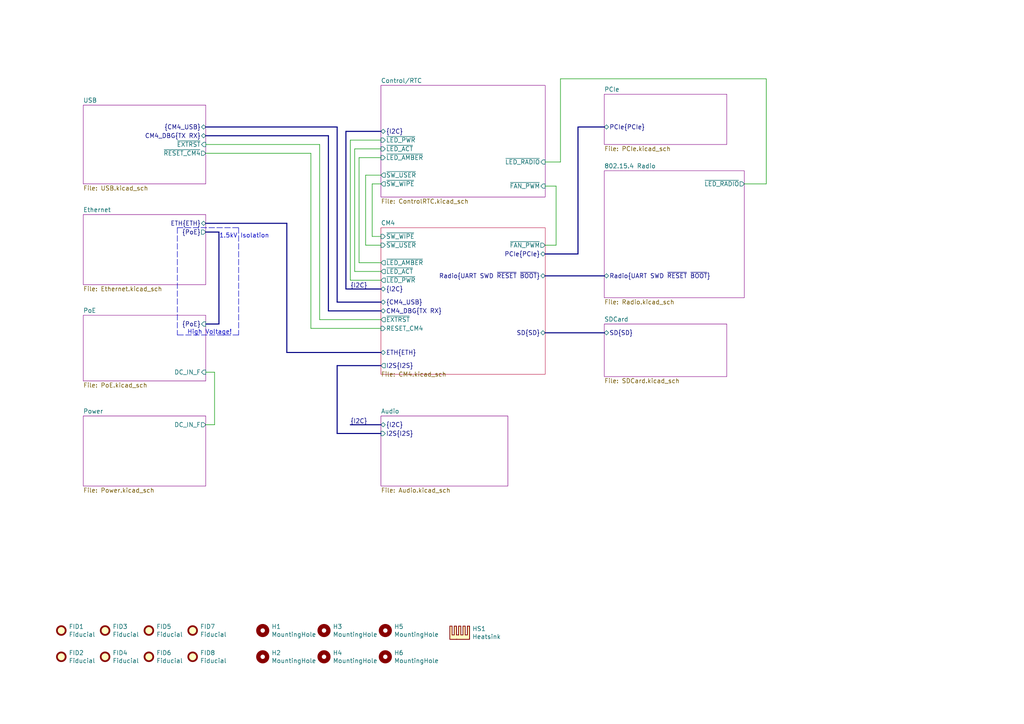
<source format=kicad_sch>
(kicad_sch (version 20211123) (generator eeschema)
  (paper "A4")
  (title_block (title "Overview") (date "2021-08-30") (rev "proto1") (company "Nabu Casa") (comment 1 "www.nabucasa.com") (comment 2 "Yellow"))
  (lib_symbols
    (symbol "Mechanical:Fiducial"
      (property "Reference" "FID" (at 0 5.08 0))
      (property "Value" "Fiducial" (at 0 3.175 0))
      (symbol "Fiducial_0_1"
        (circle (center 0 0) (radius 1.27) (stroke (width 0.508)) (fill (type background)))
      )
    )
    (symbol "Mechanical:Heatsink" (pin_names (offset 1.016))
      (property "Reference" "HS" (at 0 5.08 0))
      (property "Value" "Heatsink" (at 0 -1.27 0))
      (symbol "Heatsink_0_1"
        (polyline (pts (xy -0.3302 1.27) (xy -0.9652 1.27) (xy -0.9652 3.81) (xy -1.6002 3.81) (xy -1.6002 1.27) (xy -2.2352 1.27) (xy -2.2352 3.81) (xy -2.8702 3.81) (xy -2.8702 0) (xy -0.9652 0)) (stroke (width 0.254)) (fill (type background)))
        (polyline (pts (xy -0.3302 1.27) (xy -0.3302 3.81) (xy 0.3048 3.81) (xy 0.3048 1.27) (xy 0.9398 1.27) (xy 0.9398 3.81) (xy 1.5748 3.81) (xy 1.5748 1.27) (xy 2.2098 1.27) (xy 2.2098 3.81) (xy 2.8448 3.81) (xy 2.8448 0) (xy -0.9652 0)) (stroke (width 0.254)) (fill (type background)))
      )
    )
    (symbol "Mechanical:MountingHole" (pin_names (offset 1.016))
      (property "Reference" "H" (at 0 5.08 0))
      (property "Value" "MountingHole" (at 0 3.175 0))
      (symbol "MountingHole_0_1"
        (circle (center 0 0) (radius 1.27) (stroke (width 1.27)))
      )
    )
  )
  (bus (pts (xy 95.25 39.37) (xy 59.69 39.37)))
  (bus (pts (xy 100.33 83.82) (xy 110.49 83.82)))
  (wire (pts (xy 107.95 53.34) (xy 107.95 68.58)))
  (bus (pts (xy 100.33 38.1) (xy 100.33 83.82)))
  (wire (pts (xy 110.49 78.74) (xy 102.87 78.74)))
  (wire (pts (xy 161.29 53.975) (xy 158.115 53.975)))
  (wire (pts (xy 110.49 92.71) (xy 92.71 92.71)))
  (bus (pts (xy 59.69 64.77) (xy 83.185 64.77)))
  (bus (pts (xy 59.69 93.98) (xy 63.5 93.98)))
  (wire (pts (xy 110.49 71.12) (xy 106.045 71.12)))
  (wire (pts (xy 106.045 71.12) (xy 106.045 50.8)))
  (wire (pts (xy 161.29 53.975) (xy 161.29 71.12)))
  (wire (pts (xy 101.6 81.28) (xy 101.6 40.64)))
  (wire (pts (xy 92.71 41.91) (xy 59.69 41.91)))
  (polyline (pts (xy 51.435 66.04) (xy 51.435 97.155)) (stroke (width 0) (type dash)))
  (bus (pts (xy 158.115 96.52) (xy 175.26 96.52)))
  (wire (pts (xy 158.115 71.12) (xy 161.29 71.12)))
  (wire (pts (xy 158.115 46.99) (xy 162.56 46.99)))
  (bus (pts (xy 158.115 80.01) (xy 175.26 80.01)))
  (polyline (pts (xy 69.215 97.155) (xy 51.435 97.155)) (stroke (width 0) (type dash)))
  (bus (pts (xy 167.64 36.83) (xy 175.26 36.83)))
  (wire (pts (xy 110.49 50.8) (xy 106.045 50.8)))
  (wire (pts (xy 102.87 43.18) (xy 110.49 43.18)))
  (bus (pts (xy 63.5 67.31) (xy 63.5 93.98)))
  (bus (pts (xy 83.185 64.77) (xy 83.185 102.235)))
  (bus (pts (xy 158.115 73.66) (xy 167.64 73.66)))
  (polyline (pts (xy 51.435 66.04) (xy 69.215 66.04)) (stroke (width 0) (type dash)))
  (wire (pts (xy 215.9 53.34) (xy 222.25 53.34)))
  (wire (pts (xy 222.25 22.86) (xy 222.25 53.34)))
  (wire (pts (xy 62.23 107.95) (xy 59.69 107.95)))
  (bus (pts (xy 59.69 67.31) (xy 63.5 67.31)))
  (bus (pts (xy 110.49 87.63) (xy 97.79 87.63)))
  (wire (pts (xy 110.49 68.58) (xy 107.95 68.58)))
  (wire (pts (xy 101.6 40.64) (xy 110.49 40.64)))
  (wire (pts (xy 102.87 78.74) (xy 102.87 43.18)))
  (bus (pts (xy 97.79 106.045) (xy 97.79 125.73)))
  (wire (pts (xy 107.95 53.34) (xy 110.49 53.34)))
  (polyline (pts (xy 69.215 66.04) (xy 69.215 97.155)) (stroke (width 0) (type dash)))
  (bus (pts (xy 100.33 38.1) (xy 110.49 38.1)))
  (bus (pts (xy 110.49 90.17) (xy 95.25 90.17)))
  (wire (pts (xy 162.56 22.86) (xy 222.25 22.86)))
  (wire (pts (xy 104.14 76.2) (xy 110.49 76.2)))
  (wire (pts (xy 104.14 45.72) (xy 104.14 76.2)))
  (wire (pts (xy 110.49 45.72) (xy 104.14 45.72)))
  (wire (pts (xy 162.56 46.99) (xy 162.56 22.86)))
  (bus (pts (xy 167.64 73.66) (xy 167.64 36.83)))
  (wire (pts (xy 62.23 123.19) (xy 62.23 107.95)))
  (bus (pts (xy 97.79 125.73) (xy 110.49 125.73)))
  (bus (pts (xy 101.6 123.19) (xy 110.49 123.19)))
  (wire (pts (xy 92.71 92.71) (xy 92.71 41.91)))
  (bus (pts (xy 97.79 87.63) (xy 97.79 36.83)))
  (bus (pts (xy 95.25 90.17) (xy 95.25 39.37)))
  (wire (pts (xy 110.49 81.28) (xy 101.6 81.28)))
  (wire (pts (xy 90.17 44.45) (xy 90.17 95.25)))
  (wire (pts (xy 59.69 44.45) (xy 90.17 44.45)))
  (wire (pts (xy 90.17 95.25) (xy 110.49 95.25)))
  (bus (pts (xy 83.185 102.235) (xy 110.49 102.235)))
  (bus (pts (xy 97.79 36.83) (xy 59.69 36.83)))
  (wire (pts (xy 59.69 123.19) (xy 62.23 123.19)))
  (bus (pts (xy 110.49 106.045) (xy 97.79 106.045)))
  (text "1.5kV Isolation" (at 78.105 69.215 180) (effects (font (size 1.27 1.27)) (justify right bottom)))
  (text "High Voltage!" (at 67.31 97.155 180) (effects (font (size 1.27 1.27)) (justify right bottom)))
  (label "{I2C}" (at 101.6 83.82 0))
  (label "{I2C}" (at 101.6 123.19 0))
  (symbol (lib_id "Mechanical:MountingHole") (at 76.2 182.88 0) (unit 1) (in_bom no)
    (property "Reference" "H1" (at 78.7401 181.7306 0) (effects (justify left)))
    (property "Value" "MountingHole" (at 78.7401 184.0293 0) (effects (justify left)))
    (property "Footprint" "MountingHole:MountingHole_2.7mm_M2.5" (effects hide))
  )
  (symbol (lib_id "Mechanical:MountingHole") (at 93.98 190.5 0) (unit 1) (in_bom no)
    (property "Reference" "H4" (at 96.5201 189.3506 0) (effects (justify left)))
    (property "Value" "MountingHole" (at 96.5201 191.6493 0) (effects (justify left)))
    (property "Footprint" "MountingHole:MountingHole_2.7mm_M2.5" (effects hide))
  )
  (symbol (lib_id "Mechanical:MountingHole") (at 93.98 182.88 0) (unit 1) (in_bom no)
    (property "Reference" "H3" (at 96.5201 181.7306 0) (effects (justify left)))
    (property "Value" "MountingHole" (at 96.5201 184.0293 0) (effects (justify left)))
    (property "Footprint" "MountingHole:MountingHole_2.7mm_M2.5" (effects hide))
  )
  (symbol (lib_id "Mechanical:MountingHole") (at 111.76 182.88 0) (unit 1) (in_bom no)
    (property "Reference" "H5" (at 114.3001 181.7306 0) (effects (justify left)))
    (property "Value" "MountingHole" (at 114.3001 184.0293 0) (effects (justify left)))
    (property "Footprint" "Yellow:DrillSlot_Plated_3.5x2.5mm" (effects hide))
  )
  (symbol (lib_id "Mechanical:Fiducial") (at 43.18 182.88 0) (unit 1) (in_bom no)
    (property "Reference" "FID5" (at 45.3391 181.7306 0) (effects (justify left)))
    (property "Value" "Fiducial" (at 45.3391 184.0293 0) (effects (justify left)))
    (property "Footprint" "Fiducial:Fiducial_1mm_Mask2mm" (effects hide))
  )
  (symbol (lib_id "Mechanical:Fiducial") (at 30.48 190.5 0) (unit 1) (in_bom no)
    (property "Reference" "FID4" (at 32.6391 189.3506 0) (effects (justify left)))
    (property "Value" "Fiducial" (at 32.6391 191.6493 0) (effects (justify left)))
    (property "Footprint" "Fiducial:Fiducial_1mm_Mask2mm" (effects hide))
  )
  (symbol (lib_id "Mechanical:Fiducial") (at 55.88 190.5 0) (unit 1) (in_bom no)
    (property "Reference" "FID8" (at 58.0391 189.3506 0) (effects (justify left)))
    (property "Value" "Fiducial" (at 58.0391 191.6493 0) (effects (justify left)))
    (property "Footprint" "Fiducial:Fiducial_1mm_Mask2mm" (effects hide))
  )
  (symbol (lib_id "Mechanical:Fiducial") (at 30.48 182.88 0) (unit 1) (in_bom no)
    (property "Reference" "FID3" (at 32.6391 181.7306 0) (effects (justify left)))
    (property "Value" "Fiducial" (at 32.6391 184.0293 0) (effects (justify left)))
    (property "Footprint" "Fiducial:Fiducial_1mm_Mask2mm" (effects hide))
  )
  (symbol (lib_id "Mechanical:Fiducial") (at 43.18 190.5 0) (unit 1) (in_bom no)
    (property "Reference" "FID6" (at 45.3391 189.3506 0) (effects (justify left)))
    (property "Value" "Fiducial" (at 45.3391 191.6493 0) (effects (justify left)))
    (property "Footprint" "Fiducial:Fiducial_1mm_Mask2mm" (effects hide))
  )
  (symbol (lib_id "Mechanical:MountingHole") (at 111.76 190.5 0) (unit 1) (in_bom no)
    (property "Reference" "H6" (at 114.3001 189.3506 0) (effects (justify left)))
    (property "Value" "MountingHole" (at 114.3001 191.6493 0) (effects (justify left)))
    (property "Footprint" "Yellow:DrillSlot_Plated_3.5x2.5mm" (effects hide))
  )
  (symbol (lib_id "Mechanical:Fiducial") (at 17.78 190.5 0) (unit 1) (in_bom no)
    (property "Reference" "FID2" (at 19.9391 189.3506 0) (effects (justify left)))
    (property "Value" "Fiducial" (at 19.9391 191.6493 0) (effects (justify left)))
    (property "Footprint" "Fiducial:Fiducial_1mm_Mask2mm" (effects hide))
  )
  (symbol (lib_id "Mechanical:Heatsink") (at 133.35 185.42 0) (unit 1) (in_bom no)
    (property "Reference" "HS1" (at 136.9569 182.3656 0) (effects (justify left)))
    (property "Value" "Heatsink" (at 136.9569 184.6643 0) (effects (justify left)))
    (property "Footprint" "Yellow:Heatsink_56x56mm_2xFixation3.2mm" (effects hide))
  )
  (symbol (lib_id "Mechanical:Fiducial") (at 17.78 182.88 0) (unit 1) (in_bom no)
    (property "Reference" "FID1" (at 19.9391 181.7306 0) (effects (justify left)))
    (property "Value" "Fiducial" (at 19.9391 184.0293 0) (effects (justify left)))
    (property "Footprint" "Fiducial:Fiducial_1mm_Mask2mm" (effects hide))
  )
  (symbol (lib_id "Mechanical:Fiducial") (at 55.88 182.88 0) (unit 1) (in_bom no)
    (property "Reference" "FID7" (at 58.0391 181.7306 0) (effects (justify left)))
    (property "Value" "Fiducial" (at 58.0391 184.0293 0) (effects (justify left)))
    (property "Footprint" "Fiducial:Fiducial_1mm_Mask2mm" (effects hide))
  )
  (symbol (lib_id "Mechanical:MountingHole") (at 76.2 190.5 0) (unit 1) (in_bom no)
    (property "Reference" "H2" (at 78.7401 189.3506 0) (effects (justify left)))
    (property "Value" "MountingHole" (at 78.7401 191.6493 0) (effects (justify left)))
    (property "Footprint" "MountingHole:MountingHole_2.7mm_M2.5" (effects hide))
  )
  (sheet (at 175.26 49.53) (size 40.64 36.83) (stroke (width 0.001) (color 132 0 132 1)) (fill (color 255 255 255 0.0000))
    (property "Sheet name" "802.15.4 Radio" (at 175.26 48.8941 0) (effects (justify left bottom)))
    (property "Sheet file" "Radio.kicad_sch" (at 175.26 86.8689 0) (effects (justify left top)))
    (pin "~{LED_RADIO}" output (at 215.9 53.34 0))
    (pin "Radio{UART SWD ~{RESET} ~{BOOT}}" bidirectional (at 175.26 80.01 180))
  )
  (sheet (at 24.13 62.23) (size 35.56 20.32) (stroke (width 0.001) (color 132 0 132 1)) (fill (color 255 255 255 0.0000))
    (property "Sheet name" "Ethernet" (at 24.13 61.5941 0) (effects (justify left bottom)))
    (property "Sheet file" "Ethernet.kicad_sch" (at 24.13 83.0589 0) (effects (justify left top)))
    (pin "ETH{ETH}" bidirectional (at 59.69 64.77 0))
    (pin "{PoE}" output (at 59.69 67.31 0))
  )
  (sheet (at 110.49 24.765) (size 47.625 32.385) (stroke (width 0.001) (color 132 0 132 1)) (fill (color 255 255 255 0.0000))
    (property "Sheet name" "Control/RTC" (at 110.49 24.1291 0) (effects (justify left bottom)))
    (property "Sheet file" "ControlRTC.kicad_sch" (at 110.49 57.6589 0) (effects (justify left top)))
    (pin "{I2C}" bidirectional (at 110.49 38.1 180))
    (pin "~{LED_PWR}" input (at 110.49 40.64 180))
    (pin "~{FAN_PWM}" input (at 158.115 53.975 0))
    (pin "~{LED_RADIO}" input (at 158.115 46.99 0))
    (pin "~{LED_ACT}" input (at 110.49 43.18 180))
    (pin "~{SW_WIPE}" output (at 110.49 53.34 180))
    (pin "~{SW_USER}" output (at 110.49 50.8 180))
    (pin "~{LED_AMBER}" input (at 110.49 45.72 180))
  )
  (sheet (at 175.26 93.98) (size 35.56 15.24) (stroke (width 0.001) (color 132 0 132 1)) (fill (color 255 255 255 0.0000))
    (property "Sheet name" "SDCard" (at 175.26 93.3441 0) (effects (justify left bottom)))
    (property "Sheet file" "SDCard.kicad_sch" (at 175.26 109.7289 0) (effects (justify left top)))
    (pin "SD{SD}" bidirectional (at 175.26 96.52 180))
  )
  (sheet (at 24.13 91.44) (size 35.56 19.05) (stroke (width 0.001) (color 132 0 132 1)) (fill (color 255 255 255 0.0000))
    (property "Sheet name" "PoE" (at 24.13 90.8041 0) (effects (justify left bottom)))
    (property "Sheet file" "PoE.kicad_sch" (at 24.13 110.9989 0) (effects (justify left top)))
    (pin "{PoE}" input (at 59.69 93.98 0))
    (pin "DC_IN_F" input (at 59.69 107.95 0))
  )
  (sheet (at 110.49 66.04) (size 47.625 42.545) (stroke (width 0.001) (color 187 17 66 1)) (fill (color 255 255 255 0.0000))
    (property "Sheet name" "CM4" (at 110.49 65.4041 0) (effects (justify left bottom)))
    (property "Sheet file" "CM4.kicad_sch" (at 110.49 107.8239 0) (effects (justify left top)))
    (pin "ETH{ETH}" bidirectional (at 110.49 102.235 180))
    (pin "{CM4_USB}" bidirectional (at 110.49 87.63 180))
    (pin "PCIe{PCIe}" bidirectional (at 158.115 73.66 0))
    (pin "{I2C}" bidirectional (at 110.49 83.82 180))
    (pin "CM4_DBG{TX RX}" bidirectional (at 110.49 90.17 180))
    (pin "I2S{I2S}" output (at 110.49 106.045 180))
    (pin "~{EXTRST}" output (at 110.49 92.71 180))
    (pin "SD{SD}" bidirectional (at 158.115 96.52 0))
    (pin "~{LED_PWR}" output (at 110.49 81.28 180))
    (pin "~{LED_ACT}" output (at 110.49 78.74 180))
    (pin "~{FAN_PWM}" output (at 158.115 71.12 0))
    (pin "Radio{UART SWD ~{RESET} ~{BOOT}}" bidirectional (at 158.115 80.01 0))
    (pin "~{SW_WIPE}" input (at 110.49 68.58 180))
    (pin "~{SW_USER}" input (at 110.49 71.12 180))
    (pin "RESET_CM4" input (at 110.49 95.25 180))
    (pin "~{LED_AMBER}" output (at 110.49 76.2 180))
  )
  (sheet (at 175.26 27.305) (size 35.56 14.605) (stroke (width 0.001) (color 132 0 132 1)) (fill (color 255 255 255 0.0000))
    (property "Sheet name" "PCIe" (at 175.26 26.6691 0) (effects (justify left bottom)))
    (property "Sheet file" "PCIe.kicad_sch" (at 175.26 42.4189 0) (effects (justify left top)))
    (pin "PCIe{PCIe}" bidirectional (at 175.26 36.83 180))
  )
  (sheet (at 110.49 120.65) (size 36.83 20.32) (stroke (width 0.001) (color 132 0 132 1)) (fill (color 255 255 255 0.0000))
    (property "Sheet name" "Audio" (at 110.49 120.0141 0) (effects (justify left bottom)))
    (property "Sheet file" "Audio.kicad_sch" (at 110.49 141.4789 0) (effects (justify left top)))
    (pin "{I2C}" bidirectional (at 110.49 123.19 180))
    (pin "I2S{I2S}" input (at 110.49 125.73 180))
  )
  (sheet (at 24.13 30.48) (size 35.56 22.86) (stroke (width 0.001) (color 132 0 132 1)) (fill (color 255 255 255 0.0000))
    (property "Sheet name" "USB" (at 24.13 29.8441 0) (effects (justify left bottom)))
    (property "Sheet file" "USB.kicad_sch" (at 24.13 53.8489 0) (effects (justify left top)))
    (pin "{CM4_USB}" bidirectional (at 59.69 36.83 0))
    (pin "CM4_DBG{TX RX}" bidirectional (at 59.69 39.37 0))
    (pin "~{EXTRST}" input (at 59.69 41.91 0))
    (pin "~{RESET_CM4}" output (at 59.69 44.45 0))
  )
  (sheet (at 24.13 120.65) (size 35.56 20.32) (stroke (width 0.001) (color 132 0 132 1)) (fill (color 255 255 255 0.0000))
    (property "Sheet name" "Power" (at 24.13 120.0141 0) (effects (justify left bottom)))
    (property "Sheet file" "Power.kicad_sch" (at 24.13 141.4789 0) (effects (justify left top)))
    (pin "DC_IN_F" output (at 59.69 123.19 0))
  )
)
</source>
